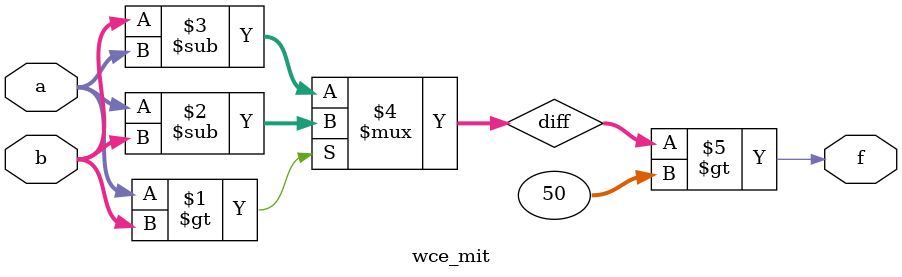
<source format=v>
module wce_mit(a, b, f);
parameter _bit = 8;
parameter wce = 50;
input [_bit - 1: 0] a;
input [_bit - 1: 0] b;
output f;
wire [_bit - 1: 0] diff;
assign diff = (a > b)? (a - b): (b - a);
assign f = (diff > wce);
endmodule

</source>
